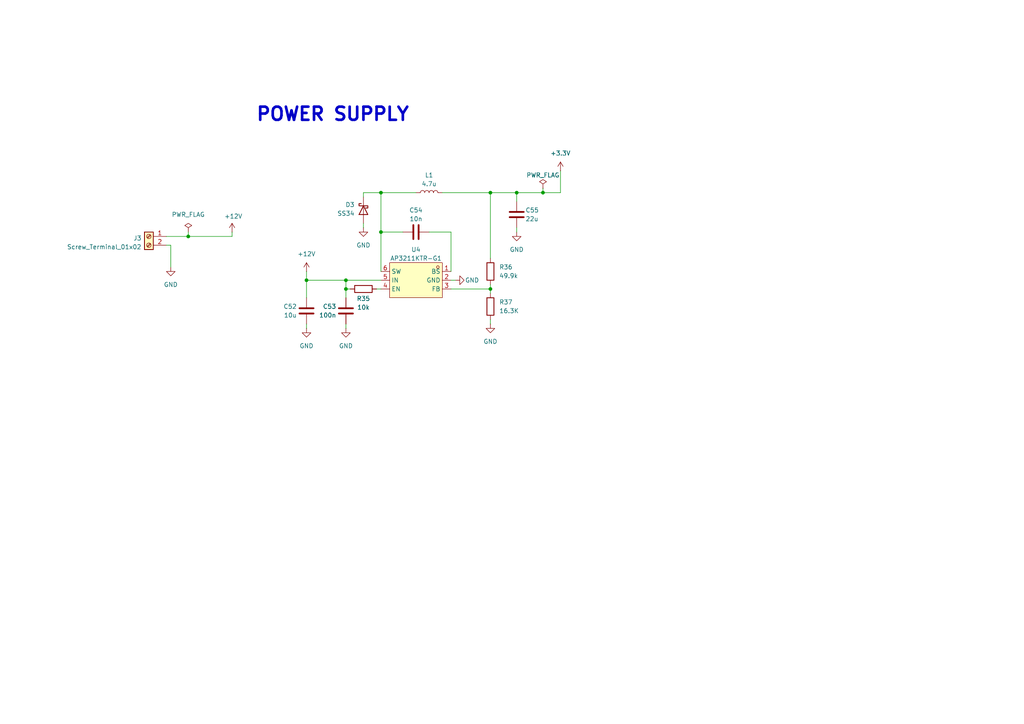
<source format=kicad_sch>
(kicad_sch (version 20250114) (generator "eeschema") (generator_version "9.0")
  (paper "A4")
  (title_block (title "Power Supply and Expansion Headers") (date "2025-07-01") (rev "0.1") (company "Stellenbosch University") (comment 1 "Department of Mechanical and Mechatronic Engineering") (comment 2 "Student Number: 25848887") (comment 3 "Name: Simon Craig DANIEL"))
  (lib_symbols
    (symbol "AP3211KTR-G1:AP3211KTR-G1"
      (property "Reference" "U" (at 0 7.62 0))
      (property "Value" "AP3211KTR-G1" (at 0 -7.62 0))
      (symbol "AP3211KTR-G1_0_1"
        (rectangle (start -7.62 5.08) (end 7.62 -5.08) (fill (type background)))
        (circle (center -6.35 3.81) (radius 0.38))
        (pin unspecified line (at -10.16 2.54 0) (length 2.54) (name "BS") (number "1"))
        (pin unspecified line (at -10.16 0 0) (length 2.54) (name "GND") (number "2"))
        (pin unspecified line (at -10.16 -2.54 0) (length 2.54) (name "FB") (number "3"))
        (pin unspecified line (at 10.16 2.54 180) (length 2.54) (name "SW") (number "6"))
        (pin unspecified line (at 10.16 0 180) (length 2.54) (name "IN") (number "5"))
        (pin unspecified line (at 10.16 -2.54 180) (length 2.54) (name "EN") (number "4"))
      )
    )
    (symbol "Connector:Screw_Terminal_01x02" (pin_names (offset 1.016) (hide yes))
      (property "Reference" "J" (at 0 2.54 0))
      (property "Value" "Screw_Terminal_01x02" (at 0 -5.08 0))
      (symbol "Screw_Terminal_01x02_1_1"
        (rectangle (start -1.27 1.27) (end 1.27 -3.81) (stroke (width 0.254)) (fill (type background)))
        (polyline (pts (xy -0.5334 0.3302) (xy 0.3302 -0.508)) (stroke (width 0.1524)))
        (polyline (pts (xy -0.5334 -2.2098) (xy 0.3302 -3.048)) (stroke (width 0.1524)))
        (polyline (pts (xy -0.3556 0.508) (xy 0.508 -0.3302)) (stroke (width 0.1524)))
        (polyline (pts (xy -0.3556 -2.032) (xy 0.508 -2.8702)) (stroke (width 0.1524)))
        (circle (center 0 0) (radius 0.635) (stroke (width 0.1524)))
        (circle (center 0 -2.54) (radius 0.635) (stroke (width 0.1524)))
        (pin passive line (at -5.08 0 0) (length 3.81) (name "Pin_1") (number "1"))
        (pin passive line (at -5.08 -2.54 0) (length 3.81) (name "Pin_2") (number "2"))
      )
    )
    (symbol "Device:C" (pin_numbers (hide yes)) (pin_names (offset 0.254))
      (property "Reference" "C" (at 0.635 2.54 0))
      (property "Value" "C" (at 0.635 -2.54 0))
      (symbol "C_0_1"
        (polyline (pts (xy -2.032 0.762) (xy 2.032 0.762)) (stroke (width 0.508)))
        (polyline (pts (xy -2.032 -0.762) (xy 2.032 -0.762)) (stroke (width 0.508)))
      )
      (symbol "C_1_1"
        (pin passive line (at 0 3.81 270) (length 2.794) (name "~") (number "1"))
        (pin passive line (at 0 -3.81 90) (length 2.794) (name "~") (number "2"))
      )
    )
    (symbol "Device:L" (pin_numbers (hide yes)) (pin_names (offset 1.016) (hide yes))
      (property "Reference" "L" (at -1.27 0 90))
      (property "Value" "L" (at 1.905 0 90))
      (symbol "L_0_1"
        (arc (start 0 2.54) (mid 0.6323 1.905) (end 0 1.27))
        (arc (start 0 1.27) (mid 0.6323 0.635) (end 0 0))
        (arc (start 0 0) (mid 0.6323 -0.635) (end 0 -1.27))
        (arc (start 0 -1.27) (mid 0.6323 -1.905) (end 0 -2.54))
      )
      (symbol "L_1_1"
        (pin passive line (at 0 3.81 270) (length 1.27) (name "1") (number "1"))
        (pin passive line (at 0 -3.81 90) (length 1.27) (name "2") (number "2"))
      )
    )
    (symbol "Device:R" (pin_numbers (hide yes)) (pin_names (offset 0))
      (property "Reference" "R" (at 2.032 0 90))
      (property "Value" "R" (at 0 0 90))
      (symbol "R_0_1"
        (rectangle (start -1.016 -2.54) (end 1.016 2.54) (stroke (width 0.254)))
      )
      (symbol "R_1_1"
        (pin passive line (at 0 3.81 270) (length 1.27) (name "~") (number "1"))
        (pin passive line (at 0 -3.81 90) (length 1.27) (name "~") (number "2"))
      )
    )
    (symbol "Diode:SS34" (pin_numbers (hide yes)) (pin_names (offset 1.016) (hide yes))
      (property "Reference" "D" (at 0 2.54 0))
      (property "Value" "SS34" (at 0 -2.54 0))
      (symbol "SS34_0_1"
        (polyline (pts (xy -1.905 0.635) (xy -1.905 1.27) (xy -1.27 1.27) (xy -1.27 -1.27) (xy -0.635 -1.27) (xy -0.635 -0.635)) (stroke (width 0.254)))
        (polyline (pts (xy 1.27 1.27) (xy 1.27 -1.27) (xy -1.27 0) (xy 1.27 1.27)) (stroke (width 0.254)))
        (polyline (pts (xy 1.27 0) (xy -1.27 0)))
      )
      (symbol "SS34_1_1"
        (pin passive line (at -3.81 0 0) (length 2.54) (name "K") (number "1"))
        (pin passive line (at 3.81 0 180) (length 2.54) (name "A") (number "2"))
      )
    )
    (symbol "power:+12V" (power) (pin_numbers (hide yes)) (pin_names (offset 0) (hide yes))
      (property "Value" "+12V" (at 0 3.556 0))
      (symbol "+12V_0_1"
        (polyline (pts (xy -0.762 1.27) (xy 0 2.54)))
        (polyline (pts (xy 0 2.54) (xy 0.762 1.27)))
        (polyline (pts (xy 0 0) (xy 0 2.54)))
      )
      (symbol "+12V_1_1"
        (pin power_in line (at 0 0 90) (length 0) (name "~") (number "1"))
      )
    )
    (symbol "power:+24V" (power) (pin_numbers (hide yes)) (pin_names (offset 0) (hide yes))
      (property "Value" "+24V" (at 0 3.556 0))
      (symbol "+24V_0_1"
        (polyline (pts (xy -0.762 1.27) (xy 0 2.54)))
        (polyline (pts (xy 0 2.54) (xy 0.762 1.27)))
        (polyline (pts (xy 0 0) (xy 0 2.54)))
      )
      (symbol "+24V_1_1"
        (pin power_in line (at 0 0 90) (length 0) (name "~") (number "1"))
      )
    )
    (symbol "power:+3.3V" (power) (pin_numbers (hide yes)) (pin_names (offset 0) (hide yes))
      (property "Value" "+3.3V" (at 0 3.556 0))
      (symbol "+3.3V_0_1"
        (polyline (pts (xy -0.762 1.27) (xy 0 2.54)))
        (polyline (pts (xy 0 2.54) (xy 0.762 1.27)))
        (polyline (pts (xy 0 0) (xy 0 2.54)))
      )
      (symbol "+3.3V_1_1"
        (pin power_in line (at 0 0 90) (length 0) (name "~") (number "1"))
      )
    )
    (symbol "power:GND" (power) (pin_numbers (hide yes)) (pin_names (offset 0) (hide yes))
      (property "Value" "GND" (at 0 -3.81 0))
      (symbol "GND_0_1"
        (polyline (pts (xy 0 0) (xy 0 -1.27) (xy 1.27 -1.27) (xy 0 -2.54) (xy -1.27 -1.27) (xy 0 -1.27)))
      )
      (symbol "GND_1_1"
        (pin power_in line (at 0 0 270) (length 0) (name "~") (number "1"))
      )
    )
    (symbol "power:PWR_FLAG" (power) (pin_numbers (hide yes)) (pin_names (offset 0) (hide yes))
      (property "Value" "PWR_FLAG" (at 0 3.81 0))
      (symbol "PWR_FLAG_0_0"
        (pin power_out line (at 0 0 90) (length 0) (name "~") (number "1"))
      )
      (symbol "PWR_FLAG_0_1"
        (polyline (pts (xy 0 0) (xy 0 1.27) (xy -1.016 1.905) (xy 0 2.54) (xy 1.016 1.905) (xy 0 1.27)))
      )
    )
  )
  (text "POWER SUPPLY\n" (at 96.52 33.274 0) (effects (font (size 3.81 3.81) (thickness 0.762) (bold yes))))
  (junction (at 88.9 81.28))
  (junction (at 110.49 67.31))
  (junction (at 54.61 68.58))
  (junction (at 100.33 83.82))
  (junction (at 157.48 55.88))
  (junction (at 149.86 55.88))
  (junction (at 110.49 55.88))
  (junction (at 142.24 83.82))
  (junction (at 100.33 81.28))
  (junction (at 142.24 55.88))
  (wire (pts (xy 142.24 82.55) (xy 142.24 83.82)))
  (wire (pts (xy 142.24 55.88) (xy 149.86 55.88)))
  (wire (pts (xy 149.86 55.88) (xy 157.48 55.88)))
  (wire (pts (xy 105.41 57.15) (xy 105.41 55.88)))
  (wire (pts (xy 149.86 58.42) (xy 149.86 55.88)))
  (wire (pts (xy 48.26 68.58) (xy 54.61 68.58)))
  (wire (pts (xy 88.9 81.28) (xy 100.33 81.28)))
  (wire (pts (xy 124.46 67.31) (xy 130.81 67.31)))
  (wire (pts (xy 110.49 67.31) (xy 110.49 78.74)))
  (wire (pts (xy 100.33 93.98) (xy 100.33 95.25)))
  (wire (pts (xy 88.9 78.74) (xy 88.9 81.28)))
  (wire (pts (xy 130.81 81.28) (xy 132.08 81.28)))
  (wire (pts (xy 49.53 71.12) (xy 48.26 71.12)))
  (wire (pts (xy 54.61 67.31) (xy 54.61 68.58)))
  (wire (pts (xy 101.6 83.82) (xy 100.33 83.82)))
  (wire (pts (xy 149.86 67.31) (xy 149.86 66.04)))
  (wire (pts (xy 109.22 83.82) (xy 110.49 83.82)))
  (wire (pts (xy 105.41 66.04) (xy 105.41 64.77)))
  (wire (pts (xy 142.24 83.82) (xy 142.24 85.09)))
  (wire (pts (xy 88.9 81.28) (xy 88.9 86.36)))
  (wire (pts (xy 54.61 68.58) (xy 67.31 68.58)))
  (wire (pts (xy 130.81 83.82) (xy 142.24 83.82)))
  (wire (pts (xy 110.49 55.88) (xy 110.49 67.31)))
  (wire (pts (xy 130.81 67.31) (xy 130.81 78.74)))
  (wire (pts (xy 142.24 74.93) (xy 142.24 55.88)))
  (wire (pts (xy 128.27 55.88) (xy 142.24 55.88)))
  (wire (pts (xy 110.49 55.88) (xy 120.65 55.88)))
  (wire (pts (xy 157.48 55.88) (xy 162.56 55.88)))
  (wire (pts (xy 162.56 55.88) (xy 162.56 49.53)))
  (wire (pts (xy 100.33 83.82) (xy 100.33 86.36)))
  (wire (pts (xy 49.53 77.47) (xy 49.53 71.12)))
  (wire (pts (xy 110.49 67.31) (xy 116.84 67.31)))
  (wire (pts (xy 157.48 54.61) (xy 157.48 55.88)))
  (wire (pts (xy 100.33 81.28) (xy 110.49 81.28)))
  (wire (pts (xy 100.33 83.82) (xy 100.33 81.28)))
  (wire (pts (xy 67.31 68.58) (xy 67.31 67.31)))
  (wire (pts (xy 142.24 93.98) (xy 142.24 92.71)))
  (wire (pts (xy 88.9 93.98) (xy 88.9 95.25)))
  (wire (pts (xy 105.41 55.88) (xy 110.49 55.88)))
  (symbol (lib_id "power:GND") (at 100.33 95.25 0) (unit 1)
    (property "Reference" "#PWR048" (effects (hide yes)))
    (property "Value" "GND" (at 100.33 100.33 0))
    (property "Description" "Power symbol creates a global label with name \"GND\" , ground" (effects (hide yes)))
  )
  (symbol (lib_id "Device:C") (at 100.33 90.17 0) (mirror x) (unit 1)
    (property "Reference" "C53" (at 97.536 88.9 0) (effects (justify right)))
    (property "Value" "100n" (at 97.536 91.44 0) (effects (justify right)))
    (property "Description" "Unpolarized capacitor" (effects (hide yes)))
  )
  (symbol (lib_id "AP3211KTR-G1:AP3211KTR-G1") (at 120.65 81.28 0) (mirror y) (unit 1)
    (property "Reference" "U4" (at 120.65 72.39 0))
    (property "Value" "AP3211KTR-G1" (at 120.65 74.93 0))
    (property "Footprint" "easyeda2kicad:SOT-23-6_L2.9-W1.6-P0.95-LS2.8-BR" (effects (hide yes)))
    (property "Datasheet" "https://lcsc.com/product-detail/DC-DC-Converters_DIODES_AP3211KTR-G1_AP3211KTR-G1_C154863.html" (effects (hide yes)))
    (property "LCSC Part" "C154863" (effects (hide yes)))
  )
  (symbol (lib_id "Device:C") (at 149.86 62.23 0) (unit 1)
    (property "Reference" "C55" (at 152.4 60.96 0) (effects (justify left)))
    (property "Value" "22u" (at 152.4 63.5 0) (effects (justify left)))
    (property "Description" "Unpolarized capacitor" (effects (hide yes)))
  )
  (symbol (lib_id "power:+12V") (at 88.9 78.74 0) (unit 1)
    (property "Reference" "#PWR042" (effects (hide yes)))
    (property "Value" "+12V" (at 88.9 73.66 0))
    (property "Description" "Power symbol creates a global label with name \"+12V\"" (effects (hide yes)))
  )
  (symbol (lib_id "power:+24V") (at 67.31 67.31 0) (unit 1)
    (property "Reference" "#PWR017" (effects (hide yes)))
    (property "Value" "+12V" (at 65.024 62.738 0) (effects (justify left)))
    (property "Description" "Power symbol creates a global label with name \"+24V\"" (effects (hide yes)))
  )
  (symbol (lib_id "Device:R") (at 105.41 83.82 90) (unit 1)
    (property "Reference" "R35" (at 105.41 86.614 90))
    (property "Value" "10k" (at 105.41 89.154 90))
    (property "Description" "Resistor" (effects (hide yes)))
  )
  (symbol (lib_id "power:PWR_FLAG") (at 54.61 67.31 0) (unit 1)
    (property "Reference" "#FLG02" (effects (hide yes)))
    (property "Value" "PWR_FLAG" (at 54.61 62.23 0))
    (property "Description" "Special symbol for telling ERC where power comes from" (effects (hide yes)))
  )
  (symbol (lib_id "power:GND") (at 132.08 81.28 90) (unit 1)
    (property "Reference" "#PWR047" (effects (hide yes)))
    (property "Value" "GND" (at 134.874 81.28 90) (effects (justify right)))
    (property "Description" "Power symbol creates a global label with name \"GND\" , ground" (effects (hide yes)))
  )
  (symbol (lib_id "power:+3.3V") (at 162.56 49.53 0) (unit 1)
    (property "Reference" "#PWR019" (effects (hide yes)))
    (property "Value" "+3.3V" (at 162.56 44.45 0))
    (property "Description" "Power symbol creates a global label with name \"+3.3V\"" (effects (hide yes)))
  )
  (symbol (lib_id "Device:L") (at 124.46 55.88 90) (unit 1)
    (property "Reference" "L1" (at 124.46 50.8 90))
    (property "Value" "4.7u" (at 124.46 53.34 90))
    (property "Description" "Inductor" (effects (hide yes)))
  )
  (symbol (lib_id "Device:C") (at 88.9 90.17 0) (mirror x) (unit 1)
    (property "Reference" "C52" (at 86.106 88.9 0) (effects (justify right)))
    (property "Value" "10u" (at 86.106 91.44 0) (effects (justify right)))
    (property "Description" "Unpolarized capacitor" (effects (hide yes)))
  )
  (symbol (lib_id "power:GND") (at 149.86 67.31 0) (unit 1)
    (property "Reference" "#PWR050" (effects (hide yes)))
    (property "Value" "GND" (at 149.86 72.39 0))
    (property "Description" "Power symbol creates a global label with name \"GND\" , ground" (effects (hide yes)))
  )
  (symbol (lib_id "Device:C") (at 120.65 67.31 90) (unit 1)
    (property "Reference" "C54" (at 120.65 60.96 90))
    (property "Value" "10n" (at 120.65 63.5 90))
    (property "Description" "Unpolarized capacitor" (effects (hide yes)))
  )
  (symbol (lib_id "Device:R") (at 142.24 88.9 0) (unit 1)
    (property "Reference" "R37" (at 144.78 87.6299 0) (effects (justify left)))
    (property "Value" "16.3K" (at 144.78 90.1699 0) (effects (justify left)))
    (property "Description" "Resistor" (effects (hide yes)))
  )
  (symbol (lib_id "power:GND") (at 88.9 95.25 0) (unit 1)
    (property "Reference" "#PWR049" (effects (hide yes)))
    (property "Value" "GND" (at 88.9 100.33 0))
    (property "Description" "Power symbol creates a global label with name \"GND\" , ground" (effects (hide yes)))
  )
  (symbol (lib_id "power:PWR_FLAG") (at 157.48 54.61 0) (unit 1)
    (property "Reference" "#FLG03" (effects (hide yes)))
    (property "Value" "PWR_FLAG" (at 157.48 50.8 0))
    (property "Description" "Special symbol for telling ERC where power comes from" (effects (hide yes)))
  )
  (symbol (lib_id "Device:R") (at 142.24 78.74 0) (unit 1)
    (property "Reference" "R36" (at 144.78 77.4699 0) (effects (justify left)))
    (property "Value" "49.9k" (at 144.78 80.0099 0) (effects (justify left)))
    (property "Description" "Resistor" (effects (hide yes)))
  )
  (symbol (lib_id "Connector:Screw_Terminal_01x02") (at 43.18 68.58 0) (mirror y) (unit 1)
    (property "Reference" "J3" (at 39.878 69.088 0))
    (property "Value" "Screw_Terminal_01x02" (at 30.226 71.628 0))
    (property "Description" "Generic screw terminal, single row, 01x02, script generated (kicad-library-utils/schlib/autogen/connector/)" (effects (hide yes)))
  )
  (symbol (lib_id "power:GND") (at 105.41 66.04 0) (mirror y) (unit 1)
    (property "Reference" "#PWR052" (effects (hide yes)))
    (property "Value" "GND" (at 105.41 71.12 0))
    (property "Description" "Power symbol creates a global label with name \"GND\" , ground" (effects (hide yes)))
  )
  (symbol (lib_id "power:GND") (at 49.53 77.47 0) (unit 1)
    (property "Reference" "#PWR020" (effects (hide yes)))
    (property "Value" "GND" (at 49.53 82.55 0))
    (property "Description" "Power symbol creates a global label with name \"GND\" , ground" (effects (hide yes)))
  )
  (symbol (lib_id "power:GND") (at 142.24 93.98 0) (unit 1)
    (property "Reference" "#PWR051" (effects (hide yes)))
    (property "Value" "GND" (at 142.24 99.06 0))
    (property "Description" "Power symbol creates a global label with name \"GND\" , ground" (effects (hide yes)))
  )
  (symbol (lib_id "Diode:SS34") (at 105.41 60.96 90) (mirror x) (unit 1)
    (property "Reference" "D3" (at 102.87 59.3724 90) (effects (justify left)))
    (property "Value" "SS34" (at 102.87 61.9124 90) (effects (justify left)))
    (property "Footprint" "Diode_SMD:D_SMA" (effects (hide yes)))
    (property "Datasheet" "https://www.vishay.com/docs/88751/ss32.pdf" (effects (hide yes)))
    (property "Description" "40V 3A Schottky Diode, SMA" (effects (hide yes)))
  )
)
</source>
